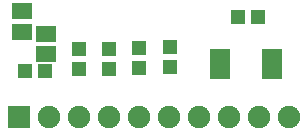
<source format=gts>
G04 DipTrace 3.1.0.0*
G04 ADS115SBreakout.gts*
%MOIN*%
G04 #@! TF.FileFunction,Soldermask,Top*
G04 #@! TF.Part,Single*
%ADD32R,0.04737X0.051307*%
%ADD34R,0.065087X0.055244*%
%ADD36C,0.074929*%
%ADD38R,0.074929X0.074929*%
%ADD40R,0.051307X0.04737*%
%ADD42R,0.065087X0.019811*%
%FSLAX26Y26*%
G04*
G70*
G90*
G75*
G01*
G04 TopMask*
%LPD*%
D42*
X1165248Y659003D3*
Y639318D3*
Y619633D3*
Y599948D3*
Y580262D3*
X1338476D3*
Y599948D3*
Y619633D3*
Y639318D3*
Y659003D3*
D40*
X515248Y596501D3*
X582177D3*
X1293948Y777776D3*
X1227018D3*
D38*
X495248Y444000D3*
D36*
X595248D3*
X695248D3*
X795248D3*
X895248D3*
X995248D3*
X1095248D3*
X1195248D3*
X1295248D3*
X1395248D3*
D34*
X506365Y727770D3*
Y794699D3*
X587623Y652762D3*
Y719692D3*
D32*
X695248Y604000D3*
Y670929D3*
X795248Y604000D3*
Y670929D3*
X895248Y674000D3*
Y607071D3*
X998713Y677465D3*
Y610535D3*
M02*

</source>
